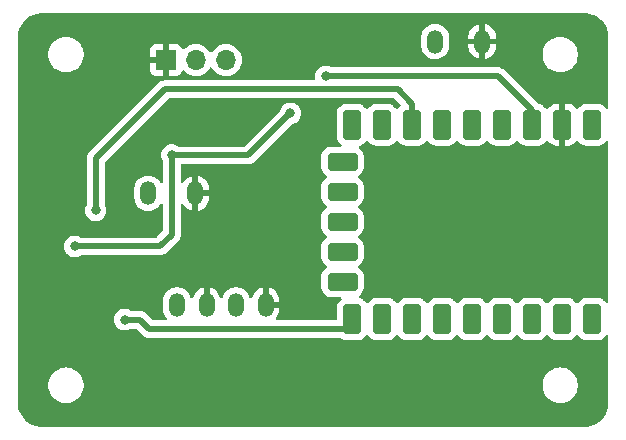
<source format=gbl>
G04 #@! TF.GenerationSoftware,KiCad,Pcbnew,8.0.6*
G04 #@! TF.CreationDate,2024-12-13T00:51:39+01:00*
G04 #@! TF.ProjectId,ps2-tatacon-rp2040,7073322d-7461-4746-9163-6f6e2d727032,rev?*
G04 #@! TF.SameCoordinates,Original*
G04 #@! TF.FileFunction,Copper,L2,Bot*
G04 #@! TF.FilePolarity,Positive*
%FSLAX46Y46*%
G04 Gerber Fmt 4.6, Leading zero omitted, Abs format (unit mm)*
G04 Created by KiCad (PCBNEW 8.0.6) date 2024-12-13 00:51:39*
%MOMM*%
%LPD*%
G01*
G04 APERTURE LIST*
G04 Aperture macros list*
%AMRoundRect*
0 Rectangle with rounded corners*
0 $1 Rounding radius*
0 $2 $3 $4 $5 $6 $7 $8 $9 X,Y pos of 4 corners*
0 Add a 4 corners polygon primitive as box body*
4,1,4,$2,$3,$4,$5,$6,$7,$8,$9,$2,$3,0*
0 Add four circle primitives for the rounded corners*
1,1,$1+$1,$2,$3*
1,1,$1+$1,$4,$5*
1,1,$1+$1,$6,$7*
1,1,$1+$1,$8,$9*
0 Add four rect primitives between the rounded corners*
20,1,$1+$1,$2,$3,$4,$5,0*
20,1,$1+$1,$4,$5,$6,$7,0*
20,1,$1+$1,$6,$7,$8,$9,0*
20,1,$1+$1,$8,$9,$2,$3,0*%
G04 Aperture macros list end*
G04 #@! TA.AperFunction,ComponentPad*
%ADD10O,1.350000X2.000000*%
G04 #@! TD*
G04 #@! TA.AperFunction,ComponentPad*
%ADD11RoundRect,0.400000X-0.400000X0.900000X-0.400000X-0.900000X0.400000X-0.900000X0.400000X0.900000X0*%
G04 #@! TD*
G04 #@! TA.AperFunction,ComponentPad*
%ADD12RoundRect,0.400050X-0.400050X0.899950X-0.400050X-0.899950X0.400050X-0.899950X0.400050X0.899950X0*%
G04 #@! TD*
G04 #@! TA.AperFunction,ComponentPad*
%ADD13RoundRect,0.400000X-0.900000X0.400000X-0.900000X-0.400000X0.900000X-0.400000X0.900000X0.400000X0*%
G04 #@! TD*
G04 #@! TA.AperFunction,ComponentPad*
%ADD14RoundRect,0.393700X-0.906300X0.393700X-0.906300X-0.393700X0.906300X-0.393700X0.906300X0.393700X0*%
G04 #@! TD*
G04 #@! TA.AperFunction,ComponentPad*
%ADD15R,1.700000X1.700000*%
G04 #@! TD*
G04 #@! TA.AperFunction,ComponentPad*
%ADD16O,1.700000X1.700000*%
G04 #@! TD*
G04 #@! TA.AperFunction,ViaPad*
%ADD17C,0.800000*%
G04 #@! TD*
G04 #@! TA.AperFunction,Conductor*
%ADD18C,0.500000*%
G04 #@! TD*
G04 APERTURE END LIST*
D10*
X38700000Y-39200000D03*
X42700000Y-39200000D03*
D11*
X76300000Y-49840000D03*
X73760000Y-49840000D03*
X71220000Y-49840000D03*
X68680000Y-49840000D03*
X66140000Y-49840000D03*
D12*
X63600000Y-49840000D03*
X61060000Y-49840000D03*
X58520000Y-49840000D03*
X55980000Y-49840000D03*
D13*
X55170000Y-46700000D03*
D14*
X55170000Y-44160000D03*
X55170000Y-41620000D03*
X55170000Y-39080000D03*
X55170000Y-36540000D03*
D12*
X55980000Y-33400000D03*
X58520000Y-33400000D03*
X61060000Y-33400000D03*
X63600000Y-33400000D03*
X66140000Y-33400000D03*
X68680000Y-33400000D03*
X71220000Y-33400000D03*
X73760000Y-33400000D03*
X76300000Y-33400000D03*
D15*
X40220000Y-27900000D03*
D16*
X42760000Y-27900000D03*
X45300000Y-27900000D03*
D10*
X63000000Y-26350000D03*
X67000000Y-26350000D03*
X41150000Y-48650000D03*
X43650000Y-48650000D03*
X46150000Y-48650000D03*
X48650000Y-48650000D03*
D17*
X32487500Y-43700000D03*
X34262500Y-40650000D03*
X36712500Y-49900000D03*
X53750000Y-29300000D03*
X40700000Y-35950000D03*
X50750000Y-32425000D03*
D18*
X32487500Y-43700000D02*
X39700000Y-43700000D01*
X39700000Y-43700000D02*
X40700000Y-42700000D01*
X40700000Y-42700000D02*
X40700000Y-35950000D01*
X61060000Y-31610000D02*
X61060000Y-34000000D01*
X59850000Y-30400000D02*
X61060000Y-31610000D01*
X40100000Y-30400000D02*
X59850000Y-30400000D01*
X34262500Y-40650000D02*
X34262500Y-36237500D01*
X34262500Y-36237500D02*
X40100000Y-30400000D01*
X38000000Y-49900000D02*
X38800000Y-50700000D01*
X36712500Y-49900000D02*
X38000000Y-49900000D01*
X38800000Y-50700000D02*
X55500000Y-50700000D01*
X55980000Y-50070000D02*
X55980000Y-49240000D01*
X47175000Y-36000000D02*
X50750000Y-32425000D01*
X68350000Y-29300000D02*
X71200000Y-32150000D01*
X40750000Y-36000000D02*
X47175000Y-36000000D01*
X71200000Y-33980000D02*
X71220000Y-34000000D01*
X71200000Y-32150000D02*
X71200000Y-33980000D01*
X53750000Y-29300000D02*
X68350000Y-29300000D01*
X40700000Y-35950000D02*
X40750000Y-36000000D01*
G04 #@! TA.AperFunction,Conductor*
G36*
X75676121Y-23950020D02*
G01*
X75810109Y-23952409D01*
X75825528Y-23953650D01*
X76091897Y-23991948D01*
X76109184Y-23995708D01*
X76366313Y-24071209D01*
X76382887Y-24077391D01*
X76492159Y-24127293D01*
X76626659Y-24188717D01*
X76642173Y-24197188D01*
X76867628Y-24342080D01*
X76881787Y-24352679D01*
X77084317Y-24528172D01*
X77096827Y-24540682D01*
X77272320Y-24743212D01*
X77282921Y-24757374D01*
X77427808Y-24982821D01*
X77436284Y-24998345D01*
X77547608Y-25242112D01*
X77553791Y-25258688D01*
X77629290Y-25515814D01*
X77633051Y-25533102D01*
X77671348Y-25799463D01*
X77672590Y-25814898D01*
X77674980Y-25948877D01*
X77675000Y-25951089D01*
X77675000Y-31922859D01*
X77655315Y-31989898D01*
X77602511Y-32035653D01*
X77533353Y-32045597D01*
X77469797Y-32016572D01*
X77454635Y-32000896D01*
X77340342Y-31859758D01*
X77193226Y-31740624D01*
X77193224Y-31740623D01*
X77082214Y-31684062D01*
X77024556Y-31654684D01*
X76957624Y-31636749D01*
X76841701Y-31605687D01*
X76769428Y-31600000D01*
X76763075Y-31599500D01*
X76763074Y-31599500D01*
X75836935Y-31599500D01*
X75836916Y-31599501D01*
X75758300Y-31605687D01*
X75575444Y-31654684D01*
X75406775Y-31740623D01*
X75406773Y-31740624D01*
X75259658Y-31859758D01*
X75140524Y-32006873D01*
X75140518Y-32006882D01*
X75140194Y-32007520D01*
X75139909Y-32007821D01*
X75136986Y-32012323D01*
X75136161Y-32011787D01*
X75092211Y-32058307D01*
X75024387Y-32075091D01*
X74958256Y-32052542D01*
X74923269Y-32012156D01*
X74922593Y-32012596D01*
X74919426Y-32007719D01*
X74919230Y-32007493D01*
X74919052Y-32007143D01*
X74799986Y-31860113D01*
X74652954Y-31741046D01*
X74652951Y-31741044D01*
X74484374Y-31655151D01*
X74301622Y-31606183D01*
X74223053Y-31600000D01*
X74010000Y-31600000D01*
X74010000Y-33684314D01*
X74005606Y-33679920D01*
X73914394Y-33627259D01*
X73812661Y-33600000D01*
X73707339Y-33600000D01*
X73605606Y-33627259D01*
X73514394Y-33679920D01*
X73510000Y-33684314D01*
X73510000Y-31600000D01*
X73296946Y-31600000D01*
X73218377Y-31606183D01*
X73035625Y-31655151D01*
X72867048Y-31741044D01*
X72867045Y-31741046D01*
X72720013Y-31860113D01*
X72600946Y-32007145D01*
X72600942Y-32007151D01*
X72600761Y-32007508D01*
X72600601Y-32007677D01*
X72597407Y-32012596D01*
X72596507Y-32012011D01*
X72552784Y-32058301D01*
X72484962Y-32075092D01*
X72418828Y-32052550D01*
X72383626Y-32011924D01*
X72383014Y-32012323D01*
X72380148Y-32007910D01*
X72379798Y-32007506D01*
X72379477Y-32006877D01*
X72379475Y-32006873D01*
X72326168Y-31941046D01*
X72260342Y-31859758D01*
X72175489Y-31791045D01*
X72113226Y-31740624D01*
X72113224Y-31740623D01*
X72002214Y-31684062D01*
X71944556Y-31654684D01*
X71877624Y-31636749D01*
X71761701Y-31605687D01*
X71758844Y-31605463D01*
X71757568Y-31604976D01*
X71756097Y-31604724D01*
X71756146Y-31604434D01*
X71693556Y-31580578D01*
X71680893Y-31569526D01*
X71678416Y-31567049D01*
X68828421Y-28717052D01*
X68828414Y-28717046D01*
X68754729Y-28667812D01*
X68754729Y-28667813D01*
X68705491Y-28634913D01*
X68568917Y-28578343D01*
X68568907Y-28578340D01*
X68423920Y-28549500D01*
X68423918Y-28549500D01*
X54289337Y-28549500D01*
X54222298Y-28529815D01*
X54216452Y-28525818D01*
X54202734Y-28515851D01*
X54202729Y-28515848D01*
X54029807Y-28438857D01*
X54029802Y-28438855D01*
X53884001Y-28407865D01*
X53844646Y-28399500D01*
X53655354Y-28399500D01*
X53622897Y-28406398D01*
X53470197Y-28438855D01*
X53470192Y-28438857D01*
X53297270Y-28515848D01*
X53297265Y-28515851D01*
X53144129Y-28627111D01*
X53017466Y-28767785D01*
X52922821Y-28931715D01*
X52922818Y-28931722D01*
X52864327Y-29111740D01*
X52864326Y-29111744D01*
X52857793Y-29173903D01*
X52844540Y-29300000D01*
X52864327Y-29488261D01*
X52865678Y-29494617D01*
X52864198Y-29494931D01*
X52865972Y-29557024D01*
X52829891Y-29616856D01*
X52767190Y-29647684D01*
X52746046Y-29649500D01*
X40026076Y-29649500D01*
X39997242Y-29655234D01*
X39997243Y-29655235D01*
X39881093Y-29678339D01*
X39881083Y-29678342D01*
X39801081Y-29711479D01*
X39801082Y-29711480D01*
X39801080Y-29711481D01*
X39744505Y-29734916D01*
X39679403Y-29778416D01*
X39621582Y-29817049D01*
X33679548Y-35759083D01*
X33657761Y-35791690D01*
X33636119Y-35824082D01*
X33616767Y-35853043D01*
X33597416Y-35882004D01*
X33597412Y-35882011D01*
X33540843Y-36018582D01*
X33540840Y-36018592D01*
X33512000Y-36163579D01*
X33512000Y-40115677D01*
X33495387Y-40177677D01*
X33435321Y-40281714D01*
X33376827Y-40461740D01*
X33376826Y-40461744D01*
X33357040Y-40650000D01*
X33376826Y-40838256D01*
X33376827Y-40838259D01*
X33435318Y-41018277D01*
X33435321Y-41018284D01*
X33529967Y-41182216D01*
X33656629Y-41322888D01*
X33809765Y-41434148D01*
X33809770Y-41434151D01*
X33982692Y-41511142D01*
X33982697Y-41511144D01*
X34167854Y-41550500D01*
X34167855Y-41550500D01*
X34357144Y-41550500D01*
X34357146Y-41550500D01*
X34542303Y-41511144D01*
X34715230Y-41434151D01*
X34868371Y-41322888D01*
X34995033Y-41182216D01*
X35089679Y-41018284D01*
X35148174Y-40838256D01*
X35167960Y-40650000D01*
X35148174Y-40461744D01*
X35089679Y-40281716D01*
X35087855Y-40278557D01*
X35029613Y-40177677D01*
X35013000Y-40115677D01*
X35013000Y-36599729D01*
X35032685Y-36532690D01*
X35049319Y-36512048D01*
X40374548Y-31186819D01*
X40435871Y-31153334D01*
X40462229Y-31150500D01*
X59487770Y-31150500D01*
X59554809Y-31170185D01*
X59575451Y-31186819D01*
X60048664Y-31660031D01*
X60082149Y-31721354D01*
X60077165Y-31791045D01*
X60039022Y-31844075D01*
X60019662Y-31859753D01*
X59900524Y-32006873D01*
X59900484Y-32006953D01*
X59900449Y-32006989D01*
X59896986Y-32012323D01*
X59896010Y-32011689D01*
X59852509Y-32057749D01*
X59784688Y-32074543D01*
X59718553Y-32052005D01*
X59683753Y-32011843D01*
X59683014Y-32012323D01*
X59679559Y-32007002D01*
X59679516Y-32006953D01*
X59679476Y-32006875D01*
X59679475Y-32006873D01*
X59626168Y-31941046D01*
X59560342Y-31859758D01*
X59475489Y-31791045D01*
X59413226Y-31740624D01*
X59413224Y-31740623D01*
X59302214Y-31684062D01*
X59244556Y-31654684D01*
X59177624Y-31636749D01*
X59061701Y-31605687D01*
X58989428Y-31600000D01*
X58983075Y-31599500D01*
X58983074Y-31599500D01*
X58056935Y-31599500D01*
X58056916Y-31599501D01*
X57978300Y-31605687D01*
X57795444Y-31654684D01*
X57626775Y-31740623D01*
X57626773Y-31740624D01*
X57479658Y-31859758D01*
X57360524Y-32006873D01*
X57360484Y-32006953D01*
X57360449Y-32006989D01*
X57356986Y-32012323D01*
X57356010Y-32011689D01*
X57312509Y-32057749D01*
X57244688Y-32074543D01*
X57178553Y-32052005D01*
X57143753Y-32011843D01*
X57143014Y-32012323D01*
X57139559Y-32007002D01*
X57139516Y-32006953D01*
X57139476Y-32006875D01*
X57139475Y-32006873D01*
X57086168Y-31941046D01*
X57020342Y-31859758D01*
X56935489Y-31791045D01*
X56873226Y-31740624D01*
X56873224Y-31740623D01*
X56762214Y-31684062D01*
X56704556Y-31654684D01*
X56637624Y-31636749D01*
X56521701Y-31605687D01*
X56449428Y-31600000D01*
X56443075Y-31599500D01*
X56443074Y-31599500D01*
X55516935Y-31599500D01*
X55516916Y-31599501D01*
X55438300Y-31605687D01*
X55255444Y-31654684D01*
X55086775Y-31740623D01*
X55086773Y-31740624D01*
X54939658Y-31859758D01*
X54820524Y-32006873D01*
X54820523Y-32006875D01*
X54734584Y-32175544D01*
X54685587Y-32358398D01*
X54679400Y-32437019D01*
X54679400Y-34362964D01*
X54679401Y-34362983D01*
X54685587Y-34441599D01*
X54685587Y-34441602D01*
X54685588Y-34441603D01*
X54734584Y-34624456D01*
X54763962Y-34682114D01*
X54820523Y-34793124D01*
X54820524Y-34793126D01*
X54939658Y-34940242D01*
X55052641Y-35031735D01*
X55092352Y-35089222D01*
X55094679Y-35159053D01*
X55058883Y-35219056D01*
X54996329Y-35250182D01*
X54974604Y-35252100D01*
X54201121Y-35252100D01*
X54201102Y-35252101D01*
X54123047Y-35258243D01*
X53941483Y-35306893D01*
X53774003Y-35392226D01*
X53627922Y-35510522D01*
X53509626Y-35656603D01*
X53424293Y-35824083D01*
X53375643Y-36005647D01*
X53375643Y-36005648D01*
X53369500Y-36083705D01*
X53369500Y-36996278D01*
X53369501Y-36996297D01*
X53375643Y-37074352D01*
X53424293Y-37255916D01*
X53509626Y-37423396D01*
X53558526Y-37483782D01*
X53627922Y-37569478D01*
X53733745Y-37655172D01*
X53774003Y-37687773D01*
X53797049Y-37699515D01*
X53847845Y-37747489D01*
X53864641Y-37815310D01*
X53842104Y-37881445D01*
X53797049Y-37920485D01*
X53774003Y-37932226D01*
X53627922Y-38050522D01*
X53509626Y-38196603D01*
X53424293Y-38364083D01*
X53375643Y-38545647D01*
X53375643Y-38545648D01*
X53369500Y-38623705D01*
X53369500Y-39536278D01*
X53369501Y-39536297D01*
X53375643Y-39614352D01*
X53424293Y-39795916D01*
X53509626Y-39963396D01*
X53519868Y-39976043D01*
X53627922Y-40109478D01*
X53733745Y-40195172D01*
X53774003Y-40227773D01*
X53797049Y-40239515D01*
X53847845Y-40287489D01*
X53864641Y-40355310D01*
X53842104Y-40421445D01*
X53797049Y-40460485D01*
X53774003Y-40472226D01*
X53627922Y-40590522D01*
X53509626Y-40736603D01*
X53424293Y-40904083D01*
X53375643Y-41085647D01*
X53375643Y-41085648D01*
X53369500Y-41163705D01*
X53369500Y-42076278D01*
X53369501Y-42076297D01*
X53375643Y-42154352D01*
X53424293Y-42335916D01*
X53509626Y-42503396D01*
X53558526Y-42563782D01*
X53627922Y-42649478D01*
X53733745Y-42735172D01*
X53774003Y-42767773D01*
X53797049Y-42779515D01*
X53847845Y-42827489D01*
X53864641Y-42895310D01*
X53842104Y-42961445D01*
X53797049Y-43000485D01*
X53774003Y-43012226D01*
X53627922Y-43130522D01*
X53509626Y-43276603D01*
X53424293Y-43444083D01*
X53375643Y-43625647D01*
X53375643Y-43625648D01*
X53369500Y-43703705D01*
X53369500Y-44616278D01*
X53369501Y-44616297D01*
X53375643Y-44694352D01*
X53424293Y-44875916D01*
X53509626Y-45043396D01*
X53558526Y-45103782D01*
X53627922Y-45189478D01*
X53774001Y-45307771D01*
X53774002Y-45307771D01*
X53774004Y-45307773D01*
X53787080Y-45314436D01*
X53837876Y-45362411D01*
X53854670Y-45430232D01*
X53832132Y-45496367D01*
X53787081Y-45535404D01*
X53776852Y-45540615D01*
X53629743Y-45659743D01*
X53510614Y-45806853D01*
X53424680Y-45975512D01*
X53375687Y-46158356D01*
X53375687Y-46158357D01*
X53369500Y-46236973D01*
X53369500Y-47163010D01*
X53369501Y-47163029D01*
X53375687Y-47241643D01*
X53396697Y-47320052D01*
X53424680Y-47424488D01*
X53426663Y-47428379D01*
X53510614Y-47593146D01*
X53559859Y-47653958D01*
X53629743Y-47740257D01*
X53736311Y-47826554D01*
X53776853Y-47859385D01*
X53860371Y-47901938D01*
X53945512Y-47945320D01*
X54128355Y-47994312D01*
X54206979Y-48000500D01*
X54959047Y-48000499D01*
X55026084Y-48020183D01*
X55071839Y-48072987D01*
X55081783Y-48142146D01*
X55052758Y-48205702D01*
X55037082Y-48220864D01*
X54939658Y-48299757D01*
X54820524Y-48446873D01*
X54820523Y-48446875D01*
X54734584Y-48615544D01*
X54685587Y-48798398D01*
X54679400Y-48877019D01*
X54679400Y-48877025D01*
X54679400Y-49367785D01*
X54679401Y-49825500D01*
X54659717Y-49892539D01*
X54606913Y-49938294D01*
X54555401Y-49949500D01*
X49636563Y-49949500D01*
X49569524Y-49929815D01*
X49523769Y-49877011D01*
X49513825Y-49807853D01*
X49542850Y-49744297D01*
X49544222Y-49742822D01*
X49546245Y-49740454D01*
X49654947Y-49590837D01*
X49738915Y-49426043D01*
X49738916Y-49426040D01*
X49796066Y-49250147D01*
X49825000Y-49067473D01*
X49825000Y-48900000D01*
X49083012Y-48900000D01*
X49115925Y-48842993D01*
X49150000Y-48715826D01*
X49150000Y-48584174D01*
X49115925Y-48457007D01*
X49083012Y-48400000D01*
X49825000Y-48400000D01*
X49825000Y-48232526D01*
X49796066Y-48049852D01*
X49738916Y-47873959D01*
X49738915Y-47873956D01*
X49654947Y-47709162D01*
X49546245Y-47559545D01*
X49546241Y-47559540D01*
X49415459Y-47428758D01*
X49415454Y-47428754D01*
X49265837Y-47320052D01*
X49101043Y-47236084D01*
X49101037Y-47236082D01*
X48925144Y-47178932D01*
X48900000Y-47174950D01*
X48900000Y-48216988D01*
X48842993Y-48184075D01*
X48715826Y-48150000D01*
X48584174Y-48150000D01*
X48457007Y-48184075D01*
X48400000Y-48216988D01*
X48400000Y-47174950D01*
X48399999Y-47174950D01*
X48374855Y-47178932D01*
X48198962Y-47236082D01*
X48198956Y-47236084D01*
X48034162Y-47320052D01*
X47884545Y-47428754D01*
X47884540Y-47428758D01*
X47753758Y-47559540D01*
X47753754Y-47559545D01*
X47645052Y-47709162D01*
X47561084Y-47873956D01*
X47561083Y-47873959D01*
X47518194Y-48005961D01*
X47478757Y-48063637D01*
X47414398Y-48090835D01*
X47345552Y-48078920D01*
X47294076Y-48031676D01*
X47282332Y-48005961D01*
X47239380Y-47873767D01*
X47239379Y-47873764D01*
X47171353Y-47740257D01*
X47155378Y-47708904D01*
X47046621Y-47559213D01*
X46915787Y-47428379D01*
X46766096Y-47319622D01*
X46601235Y-47235620D01*
X46601232Y-47235619D01*
X46425265Y-47178445D01*
X46327913Y-47163026D01*
X46242514Y-47149500D01*
X46057486Y-47149500D01*
X45996569Y-47159148D01*
X45874734Y-47178445D01*
X45698767Y-47235619D01*
X45698764Y-47235620D01*
X45533903Y-47319622D01*
X45448499Y-47381672D01*
X45384213Y-47428379D01*
X45384211Y-47428381D01*
X45384210Y-47428381D01*
X45253381Y-47559210D01*
X45253381Y-47559211D01*
X45253379Y-47559213D01*
X45253138Y-47559545D01*
X45144622Y-47708903D01*
X45060621Y-47873764D01*
X45017667Y-48005962D01*
X44978229Y-48063637D01*
X44913870Y-48090835D01*
X44845024Y-48078920D01*
X44793548Y-48031676D01*
X44781805Y-48005960D01*
X44738917Y-47873962D01*
X44738915Y-47873956D01*
X44654947Y-47709162D01*
X44546245Y-47559545D01*
X44546241Y-47559540D01*
X44415459Y-47428758D01*
X44415454Y-47428754D01*
X44265837Y-47320052D01*
X44101043Y-47236084D01*
X44101037Y-47236082D01*
X43925144Y-47178932D01*
X43900000Y-47174950D01*
X43900000Y-48216988D01*
X43842993Y-48184075D01*
X43715826Y-48150000D01*
X43584174Y-48150000D01*
X43457007Y-48184075D01*
X43400000Y-48216988D01*
X43400000Y-47174950D01*
X43399999Y-47174950D01*
X43374855Y-47178932D01*
X43198962Y-47236082D01*
X43198956Y-47236084D01*
X43034162Y-47320052D01*
X42884545Y-47428754D01*
X42884540Y-47428758D01*
X42753758Y-47559540D01*
X42753754Y-47559545D01*
X42645052Y-47709162D01*
X42561084Y-47873956D01*
X42561083Y-47873959D01*
X42518194Y-48005961D01*
X42478757Y-48063637D01*
X42414398Y-48090835D01*
X42345552Y-48078920D01*
X42294076Y-48031676D01*
X42282332Y-48005961D01*
X42239380Y-47873767D01*
X42239379Y-47873764D01*
X42171353Y-47740257D01*
X42155378Y-47708904D01*
X42046621Y-47559213D01*
X41915787Y-47428379D01*
X41766096Y-47319622D01*
X41601235Y-47235620D01*
X41601232Y-47235619D01*
X41425265Y-47178445D01*
X41327913Y-47163026D01*
X41242514Y-47149500D01*
X41057486Y-47149500D01*
X40996569Y-47159148D01*
X40874734Y-47178445D01*
X40698767Y-47235619D01*
X40698764Y-47235620D01*
X40533903Y-47319622D01*
X40448499Y-47381672D01*
X40384213Y-47428379D01*
X40384211Y-47428381D01*
X40384210Y-47428381D01*
X40253381Y-47559210D01*
X40253381Y-47559211D01*
X40253379Y-47559213D01*
X40253138Y-47559545D01*
X40144622Y-47708903D01*
X40060620Y-47873764D01*
X40060619Y-47873767D01*
X40003445Y-48049734D01*
X39974500Y-48232486D01*
X39974500Y-49067513D01*
X40003445Y-49250265D01*
X40060619Y-49426232D01*
X40060620Y-49426235D01*
X40114366Y-49531716D01*
X40144622Y-49591096D01*
X40253379Y-49740787D01*
X40253386Y-49740794D01*
X40256543Y-49744491D01*
X40254845Y-49745940D01*
X40283896Y-49799142D01*
X40278912Y-49868834D01*
X40237040Y-49924767D01*
X40171576Y-49949184D01*
X40162730Y-49949500D01*
X39162230Y-49949500D01*
X39095191Y-49929815D01*
X39074549Y-49913181D01*
X38478421Y-49317052D01*
X38478414Y-49317046D01*
X38404729Y-49267812D01*
X38404729Y-49267813D01*
X38355491Y-49234913D01*
X38218917Y-49178343D01*
X38218907Y-49178340D01*
X38073920Y-49149500D01*
X38073918Y-49149500D01*
X37251837Y-49149500D01*
X37184798Y-49129815D01*
X37178952Y-49125818D01*
X37165234Y-49115851D01*
X37165229Y-49115848D01*
X36992307Y-49038857D01*
X36992302Y-49038855D01*
X36846501Y-49007865D01*
X36807146Y-48999500D01*
X36617854Y-48999500D01*
X36585397Y-49006398D01*
X36432697Y-49038855D01*
X36432692Y-49038857D01*
X36259770Y-49115848D01*
X36259765Y-49115851D01*
X36106629Y-49227111D01*
X35979966Y-49367785D01*
X35885321Y-49531715D01*
X35885318Y-49531722D01*
X35826827Y-49711740D01*
X35826826Y-49711744D01*
X35807040Y-49900000D01*
X35826826Y-50088256D01*
X35826827Y-50088259D01*
X35885318Y-50268277D01*
X35885321Y-50268284D01*
X35979967Y-50432216D01*
X36106629Y-50572888D01*
X36259765Y-50684148D01*
X36259770Y-50684151D01*
X36432692Y-50761142D01*
X36432697Y-50761144D01*
X36617854Y-50800500D01*
X36617855Y-50800500D01*
X36807144Y-50800500D01*
X36807146Y-50800500D01*
X36992303Y-50761144D01*
X37165230Y-50684151D01*
X37167276Y-50682664D01*
X37178952Y-50674182D01*
X37244758Y-50650702D01*
X37251837Y-50650500D01*
X37637770Y-50650500D01*
X37704809Y-50670185D01*
X37725451Y-50686819D01*
X38321586Y-51282954D01*
X38340099Y-51295323D01*
X38395270Y-51332186D01*
X38444505Y-51365084D01*
X38444506Y-51365084D01*
X38444507Y-51365085D01*
X38444509Y-51365086D01*
X38581082Y-51421656D01*
X38581087Y-51421658D01*
X38581091Y-51421658D01*
X38581092Y-51421659D01*
X38726079Y-51450500D01*
X38726082Y-51450500D01*
X38726083Y-51450500D01*
X38873918Y-51450500D01*
X54982507Y-51450500D01*
X55049546Y-51470185D01*
X55060543Y-51478134D01*
X55086773Y-51499375D01*
X55086775Y-51499376D01*
X55142279Y-51527656D01*
X55255444Y-51585316D01*
X55438297Y-51634312D01*
X55516925Y-51640500D01*
X56443074Y-51640499D01*
X56521703Y-51634312D01*
X56704556Y-51585316D01*
X56873226Y-51499375D01*
X57020342Y-51380242D01*
X57139475Y-51233126D01*
X57139512Y-51233052D01*
X57139546Y-51233016D01*
X57143014Y-51227677D01*
X57143990Y-51228310D01*
X57187484Y-51182255D01*
X57255304Y-51165455D01*
X57321440Y-51187989D01*
X57356246Y-51228157D01*
X57356986Y-51227677D01*
X57360444Y-51233002D01*
X57360488Y-51233053D01*
X57360526Y-51233128D01*
X57400875Y-51282954D01*
X57479658Y-51380242D01*
X57560946Y-51446068D01*
X57626773Y-51499375D01*
X57626775Y-51499376D01*
X57682279Y-51527656D01*
X57795444Y-51585316D01*
X57978297Y-51634312D01*
X58056925Y-51640500D01*
X58983074Y-51640499D01*
X59061703Y-51634312D01*
X59244556Y-51585316D01*
X59413226Y-51499375D01*
X59560342Y-51380242D01*
X59679475Y-51233126D01*
X59679512Y-51233052D01*
X59679546Y-51233016D01*
X59683014Y-51227677D01*
X59683990Y-51228310D01*
X59727484Y-51182255D01*
X59795304Y-51165455D01*
X59861440Y-51187989D01*
X59896246Y-51228157D01*
X59896986Y-51227677D01*
X59900444Y-51233002D01*
X59900488Y-51233053D01*
X59900526Y-51233128D01*
X59940875Y-51282954D01*
X60019658Y-51380242D01*
X60100946Y-51446068D01*
X60166773Y-51499375D01*
X60166775Y-51499376D01*
X60222279Y-51527656D01*
X60335444Y-51585316D01*
X60518297Y-51634312D01*
X60596925Y-51640500D01*
X61523074Y-51640499D01*
X61601703Y-51634312D01*
X61784556Y-51585316D01*
X61953226Y-51499375D01*
X62100342Y-51380242D01*
X62219475Y-51233126D01*
X62219512Y-51233052D01*
X62219546Y-51233016D01*
X62223014Y-51227677D01*
X62223990Y-51228310D01*
X62267484Y-51182255D01*
X62335304Y-51165455D01*
X62401440Y-51187989D01*
X62436246Y-51228157D01*
X62436986Y-51227677D01*
X62440444Y-51233002D01*
X62440488Y-51233053D01*
X62440526Y-51233128D01*
X62480875Y-51282954D01*
X62559658Y-51380242D01*
X62640946Y-51446068D01*
X62706773Y-51499375D01*
X62706775Y-51499376D01*
X62762279Y-51527656D01*
X62875444Y-51585316D01*
X63058297Y-51634312D01*
X63136925Y-51640500D01*
X64063074Y-51640499D01*
X64141703Y-51634312D01*
X64324556Y-51585316D01*
X64493226Y-51499375D01*
X64640342Y-51380242D01*
X64754708Y-51239013D01*
X64759473Y-51233129D01*
X64759550Y-51232978D01*
X64759619Y-51232904D01*
X64763014Y-51227677D01*
X64763969Y-51228297D01*
X64807520Y-51182178D01*
X64875340Y-51165376D01*
X64941477Y-51187908D01*
X64976357Y-51228161D01*
X64977075Y-51227696D01*
X64980427Y-51232857D01*
X64980527Y-51232973D01*
X64980617Y-51233149D01*
X65099743Y-51380257D01*
X65186486Y-51450500D01*
X65246853Y-51499385D01*
X65330371Y-51541938D01*
X65415512Y-51585320D01*
X65598355Y-51634312D01*
X65676979Y-51640500D01*
X66603020Y-51640499D01*
X66681645Y-51634312D01*
X66864488Y-51585320D01*
X66993008Y-51519835D01*
X67033146Y-51499385D01*
X67033147Y-51499383D01*
X67033149Y-51499383D01*
X67180257Y-51380257D01*
X67299383Y-51233149D01*
X67299514Y-51232892D01*
X67299630Y-51232768D01*
X67302925Y-51227696D01*
X67303852Y-51228298D01*
X67347488Y-51182095D01*
X67415309Y-51165299D01*
X67481444Y-51187835D01*
X67516376Y-51228149D01*
X67517075Y-51227696D01*
X67520340Y-51232724D01*
X67520486Y-51232892D01*
X67520616Y-51233148D01*
X67543275Y-51261130D01*
X67639743Y-51380257D01*
X67726486Y-51450500D01*
X67786853Y-51499385D01*
X67870371Y-51541938D01*
X67955512Y-51585320D01*
X68138355Y-51634312D01*
X68216979Y-51640500D01*
X69143020Y-51640499D01*
X69221645Y-51634312D01*
X69404488Y-51585320D01*
X69533008Y-51519835D01*
X69573146Y-51499385D01*
X69573147Y-51499383D01*
X69573149Y-51499383D01*
X69720257Y-51380257D01*
X69839383Y-51233149D01*
X69839514Y-51232892D01*
X69839630Y-51232768D01*
X69842925Y-51227696D01*
X69843852Y-51228298D01*
X69887488Y-51182095D01*
X69955309Y-51165299D01*
X70021444Y-51187835D01*
X70056376Y-51228149D01*
X70057075Y-51227696D01*
X70060340Y-51232724D01*
X70060486Y-51232892D01*
X70060616Y-51233148D01*
X70083275Y-51261130D01*
X70179743Y-51380257D01*
X70266486Y-51450500D01*
X70326853Y-51499385D01*
X70410371Y-51541938D01*
X70495512Y-51585320D01*
X70678355Y-51634312D01*
X70756979Y-51640500D01*
X71683020Y-51640499D01*
X71761645Y-51634312D01*
X71944488Y-51585320D01*
X72073008Y-51519835D01*
X72113146Y-51499385D01*
X72113147Y-51499383D01*
X72113149Y-51499383D01*
X72260257Y-51380257D01*
X72379383Y-51233149D01*
X72379514Y-51232892D01*
X72379630Y-51232768D01*
X72382925Y-51227696D01*
X72383852Y-51228298D01*
X72427488Y-51182095D01*
X72495309Y-51165299D01*
X72561444Y-51187835D01*
X72596376Y-51228149D01*
X72597075Y-51227696D01*
X72600340Y-51232724D01*
X72600486Y-51232892D01*
X72600616Y-51233148D01*
X72623275Y-51261130D01*
X72719743Y-51380257D01*
X72806486Y-51450500D01*
X72866853Y-51499385D01*
X72950371Y-51541938D01*
X73035512Y-51585320D01*
X73218355Y-51634312D01*
X73296979Y-51640500D01*
X74223020Y-51640499D01*
X74301645Y-51634312D01*
X74484488Y-51585320D01*
X74613008Y-51519835D01*
X74653146Y-51499385D01*
X74653147Y-51499383D01*
X74653149Y-51499383D01*
X74800257Y-51380257D01*
X74919383Y-51233149D01*
X74919514Y-51232892D01*
X74919630Y-51232768D01*
X74922925Y-51227696D01*
X74923852Y-51228298D01*
X74967488Y-51182095D01*
X75035309Y-51165299D01*
X75101444Y-51187835D01*
X75136376Y-51228149D01*
X75137075Y-51227696D01*
X75140340Y-51232724D01*
X75140486Y-51232892D01*
X75140616Y-51233148D01*
X75163275Y-51261130D01*
X75259743Y-51380257D01*
X75346486Y-51450500D01*
X75406853Y-51499385D01*
X75490371Y-51541938D01*
X75575512Y-51585320D01*
X75758355Y-51634312D01*
X75836979Y-51640500D01*
X76763020Y-51640499D01*
X76841645Y-51634312D01*
X77024488Y-51585320D01*
X77153008Y-51519835D01*
X77193146Y-51499385D01*
X77193147Y-51499383D01*
X77193149Y-51499383D01*
X77340257Y-51380257D01*
X77454634Y-51239012D01*
X77512121Y-51199302D01*
X77581952Y-51196974D01*
X77641956Y-51232770D01*
X77673082Y-51295323D01*
X77675000Y-51317049D01*
X77675000Y-56948910D01*
X77674980Y-56951122D01*
X77672590Y-57085101D01*
X77671348Y-57100536D01*
X77633051Y-57366897D01*
X77629290Y-57384185D01*
X77553791Y-57641311D01*
X77547608Y-57657887D01*
X77436284Y-57901654D01*
X77427805Y-57917183D01*
X77282922Y-58142624D01*
X77272320Y-58156787D01*
X77096827Y-58359317D01*
X77084317Y-58371827D01*
X76881787Y-58547320D01*
X76867624Y-58557922D01*
X76642183Y-58702805D01*
X76626654Y-58711284D01*
X76382887Y-58822608D01*
X76366311Y-58828791D01*
X76109185Y-58904290D01*
X76091897Y-58908051D01*
X75825536Y-58946348D01*
X75810101Y-58947590D01*
X75679818Y-58949914D01*
X75676120Y-58949980D01*
X75673910Y-58950000D01*
X29676090Y-58950000D01*
X29673879Y-58949980D01*
X29670015Y-58949911D01*
X29539898Y-58947590D01*
X29524463Y-58946348D01*
X29258102Y-58908051D01*
X29240814Y-58904290D01*
X28983688Y-58828791D01*
X28967112Y-58822608D01*
X28723345Y-58711284D01*
X28707821Y-58702808D01*
X28482374Y-58557921D01*
X28468212Y-58547320D01*
X28265682Y-58371827D01*
X28253172Y-58359317D01*
X28077679Y-58156787D01*
X28067077Y-58142624D01*
X27922188Y-57917173D01*
X27913715Y-57901654D01*
X27802391Y-57657887D01*
X27796208Y-57641311D01*
X27720709Y-57384185D01*
X27716948Y-57366897D01*
X27678651Y-57100536D01*
X27677409Y-57085109D01*
X27675020Y-56951121D01*
X27675000Y-56948910D01*
X27675000Y-55325920D01*
X30252562Y-55325920D01*
X30252562Y-55574079D01*
X30293408Y-55818862D01*
X30373984Y-56053572D01*
X30373989Y-56053582D01*
X30492094Y-56271822D01*
X30492100Y-56271831D01*
X30644517Y-56467656D01*
X30644520Y-56467660D01*
X30644522Y-56467662D01*
X30644523Y-56467663D01*
X30827102Y-56635739D01*
X31034855Y-56771471D01*
X31262116Y-56871157D01*
X31502685Y-56932077D01*
X31585123Y-56938908D01*
X31749994Y-56952571D01*
X31750000Y-56952571D01*
X31750006Y-56952571D01*
X31898389Y-56940274D01*
X31997315Y-56932077D01*
X32237884Y-56871157D01*
X32465145Y-56771471D01*
X32672898Y-56635739D01*
X32855477Y-56467663D01*
X33007902Y-56271828D01*
X33126014Y-56053576D01*
X33206592Y-55818859D01*
X33247438Y-55574081D01*
X33250000Y-55450000D01*
X33247438Y-55325920D01*
X72102562Y-55325920D01*
X72102562Y-55574079D01*
X72143408Y-55818862D01*
X72223984Y-56053572D01*
X72223989Y-56053582D01*
X72342094Y-56271822D01*
X72342100Y-56271831D01*
X72494517Y-56467656D01*
X72494520Y-56467660D01*
X72494522Y-56467662D01*
X72494523Y-56467663D01*
X72677102Y-56635739D01*
X72884855Y-56771471D01*
X73112116Y-56871157D01*
X73352685Y-56932077D01*
X73435123Y-56938908D01*
X73599994Y-56952571D01*
X73600000Y-56952571D01*
X73600006Y-56952571D01*
X73748389Y-56940274D01*
X73847315Y-56932077D01*
X74087884Y-56871157D01*
X74315145Y-56771471D01*
X74522898Y-56635739D01*
X74705477Y-56467663D01*
X74857902Y-56271828D01*
X74976014Y-56053576D01*
X75056592Y-55818859D01*
X75097438Y-55574081D01*
X75100000Y-55450000D01*
X75097438Y-55325919D01*
X75056592Y-55081141D01*
X74976014Y-54846424D01*
X74857902Y-54628172D01*
X74705477Y-54432337D01*
X74522898Y-54264261D01*
X74522895Y-54264259D01*
X74315146Y-54128529D01*
X74087884Y-54028843D01*
X73847311Y-53967922D01*
X73600006Y-53947430D01*
X73599994Y-53947430D01*
X73352688Y-53967922D01*
X73112115Y-54028843D01*
X72884853Y-54128529D01*
X72677104Y-54264259D01*
X72677100Y-54264262D01*
X72494520Y-54432339D01*
X72494517Y-54432343D01*
X72342100Y-54628168D01*
X72342094Y-54628177D01*
X72223989Y-54846417D01*
X72223984Y-54846427D01*
X72143408Y-55081137D01*
X72102562Y-55325920D01*
X33247438Y-55325920D01*
X33247438Y-55325919D01*
X33206592Y-55081141D01*
X33126014Y-54846424D01*
X33007902Y-54628172D01*
X32855477Y-54432337D01*
X32672898Y-54264261D01*
X32672895Y-54264259D01*
X32465146Y-54128529D01*
X32237884Y-54028843D01*
X31997311Y-53967922D01*
X31750006Y-53947430D01*
X31749994Y-53947430D01*
X31502688Y-53967922D01*
X31262115Y-54028843D01*
X31034853Y-54128529D01*
X30827104Y-54264259D01*
X30827100Y-54264262D01*
X30644520Y-54432339D01*
X30644517Y-54432343D01*
X30492100Y-54628168D01*
X30492094Y-54628177D01*
X30373989Y-54846417D01*
X30373984Y-54846427D01*
X30293408Y-55081137D01*
X30252562Y-55325920D01*
X27675000Y-55325920D01*
X27675000Y-43700000D01*
X31582040Y-43700000D01*
X31601826Y-43888256D01*
X31601827Y-43888259D01*
X31660318Y-44068277D01*
X31660321Y-44068284D01*
X31754967Y-44232216D01*
X31874601Y-44365083D01*
X31881629Y-44372888D01*
X32034765Y-44484148D01*
X32034770Y-44484151D01*
X32207692Y-44561142D01*
X32207697Y-44561144D01*
X32392854Y-44600500D01*
X32392855Y-44600500D01*
X32582144Y-44600500D01*
X32582146Y-44600500D01*
X32767303Y-44561144D01*
X32940230Y-44484151D01*
X32942276Y-44482664D01*
X32953952Y-44474182D01*
X33019758Y-44450702D01*
X33026837Y-44450500D01*
X39773920Y-44450500D01*
X39871462Y-44431096D01*
X39918913Y-44421658D01*
X40055495Y-44365084D01*
X40104729Y-44332186D01*
X40178416Y-44282952D01*
X41282952Y-43178415D01*
X41323955Y-43117049D01*
X41365084Y-43055495D01*
X41397042Y-42978342D01*
X41421659Y-42918912D01*
X41450500Y-42773917D01*
X41450500Y-42626082D01*
X41450500Y-40177375D01*
X41470185Y-40110336D01*
X41522989Y-40064581D01*
X41592147Y-40054637D01*
X41655703Y-40083662D01*
X41684985Y-40121080D01*
X41695052Y-40140837D01*
X41803754Y-40290454D01*
X41803758Y-40290459D01*
X41934540Y-40421241D01*
X41934545Y-40421245D01*
X42084162Y-40529947D01*
X42248956Y-40613915D01*
X42248959Y-40613916D01*
X42424845Y-40671064D01*
X42424858Y-40671067D01*
X42450000Y-40675049D01*
X42450000Y-39633012D01*
X42507007Y-39665925D01*
X42634174Y-39700000D01*
X42765826Y-39700000D01*
X42892993Y-39665925D01*
X42950000Y-39633012D01*
X42950000Y-40675048D01*
X42975141Y-40671067D01*
X42975154Y-40671064D01*
X43151040Y-40613916D01*
X43151043Y-40613915D01*
X43315837Y-40529947D01*
X43465454Y-40421245D01*
X43465459Y-40421241D01*
X43596241Y-40290459D01*
X43596245Y-40290454D01*
X43704947Y-40140837D01*
X43788915Y-39976043D01*
X43788916Y-39976040D01*
X43846066Y-39800147D01*
X43875000Y-39617473D01*
X43875000Y-39450000D01*
X43133012Y-39450000D01*
X43165925Y-39392993D01*
X43200000Y-39265826D01*
X43200000Y-39134174D01*
X43165925Y-39007007D01*
X43133012Y-38950000D01*
X43875000Y-38950000D01*
X43875000Y-38782526D01*
X43846066Y-38599852D01*
X43788916Y-38423959D01*
X43788915Y-38423956D01*
X43704947Y-38259162D01*
X43596245Y-38109545D01*
X43596241Y-38109540D01*
X43465459Y-37978758D01*
X43465454Y-37978754D01*
X43315837Y-37870052D01*
X43151043Y-37786084D01*
X43151037Y-37786082D01*
X42975144Y-37728932D01*
X42950000Y-37724950D01*
X42950000Y-38766988D01*
X42892993Y-38734075D01*
X42765826Y-38700000D01*
X42634174Y-38700000D01*
X42507007Y-38734075D01*
X42450000Y-38766988D01*
X42450000Y-37724950D01*
X42449999Y-37724950D01*
X42424855Y-37728932D01*
X42248962Y-37786082D01*
X42248956Y-37786084D01*
X42084162Y-37870052D01*
X41934545Y-37978754D01*
X41934540Y-37978758D01*
X41803758Y-38109540D01*
X41803754Y-38109545D01*
X41695051Y-38259162D01*
X41684984Y-38278921D01*
X41637009Y-38329716D01*
X41569187Y-38346510D01*
X41503053Y-38323971D01*
X41459602Y-38269256D01*
X41450500Y-38222624D01*
X41450500Y-36874500D01*
X41470185Y-36807461D01*
X41522989Y-36761706D01*
X41574500Y-36750500D01*
X47248920Y-36750500D01*
X47346462Y-36731096D01*
X47393913Y-36721658D01*
X47530495Y-36665084D01*
X47613249Y-36609790D01*
X47653416Y-36582952D01*
X50902770Y-33333595D01*
X50964091Y-33300112D01*
X50964427Y-33300039D01*
X51029803Y-33286144D01*
X51202730Y-33209151D01*
X51355871Y-33097888D01*
X51482533Y-32957216D01*
X51577179Y-32793284D01*
X51635674Y-32613256D01*
X51655460Y-32425000D01*
X51635674Y-32236744D01*
X51577179Y-32056716D01*
X51482533Y-31892784D01*
X51355871Y-31752112D01*
X51340640Y-31741046D01*
X51202734Y-31640851D01*
X51202729Y-31640848D01*
X51029807Y-31563857D01*
X51029802Y-31563855D01*
X50884001Y-31532865D01*
X50844646Y-31524500D01*
X50655354Y-31524500D01*
X50622897Y-31531398D01*
X50470197Y-31563855D01*
X50470192Y-31563857D01*
X50297270Y-31640848D01*
X50297265Y-31640851D01*
X50144129Y-31752111D01*
X50017466Y-31892785D01*
X49922821Y-32056715D01*
X49922819Y-32056719D01*
X49867478Y-32227041D01*
X49837228Y-32276403D01*
X46900451Y-35213181D01*
X46839128Y-35246666D01*
X46812770Y-35249500D01*
X41308156Y-35249500D01*
X41241117Y-35229815D01*
X41235271Y-35225818D01*
X41152734Y-35165851D01*
X41152729Y-35165848D01*
X40979807Y-35088857D01*
X40979802Y-35088855D01*
X40834001Y-35057865D01*
X40794646Y-35049500D01*
X40605354Y-35049500D01*
X40572897Y-35056398D01*
X40420197Y-35088855D01*
X40420192Y-35088857D01*
X40247270Y-35165848D01*
X40247265Y-35165851D01*
X40094129Y-35277111D01*
X39967466Y-35417785D01*
X39872821Y-35581715D01*
X39872818Y-35581722D01*
X39815190Y-35759084D01*
X39814326Y-35761744D01*
X39794540Y-35950000D01*
X39814326Y-36138256D01*
X39814327Y-36138259D01*
X39872818Y-36318277D01*
X39872821Y-36318284D01*
X39932887Y-36422321D01*
X39949500Y-36484321D01*
X39949500Y-38221522D01*
X39929815Y-38288561D01*
X39877011Y-38334316D01*
X39807853Y-38344260D01*
X39744297Y-38315235D01*
X39715016Y-38277819D01*
X39705377Y-38258903D01*
X39596621Y-38109213D01*
X39465787Y-37978379D01*
X39316096Y-37869622D01*
X39271490Y-37846894D01*
X39151235Y-37785620D01*
X39151232Y-37785619D01*
X38975265Y-37728445D01*
X38883889Y-37713972D01*
X38792514Y-37699500D01*
X38607486Y-37699500D01*
X38546569Y-37709148D01*
X38424734Y-37728445D01*
X38248767Y-37785619D01*
X38248764Y-37785620D01*
X38083903Y-37869622D01*
X38013897Y-37920485D01*
X37934213Y-37978379D01*
X37934211Y-37978381D01*
X37934210Y-37978381D01*
X37803381Y-38109210D01*
X37803381Y-38109211D01*
X37803379Y-38109213D01*
X37803138Y-38109545D01*
X37694622Y-38258903D01*
X37610620Y-38423764D01*
X37610619Y-38423767D01*
X37553445Y-38599734D01*
X37524500Y-38782486D01*
X37524500Y-39617513D01*
X37553445Y-39800265D01*
X37610619Y-39976232D01*
X37610620Y-39976235D01*
X37665358Y-40083662D01*
X37694622Y-40141096D01*
X37803379Y-40290787D01*
X37934213Y-40421621D01*
X38083904Y-40530378D01*
X38164763Y-40571577D01*
X38248764Y-40614379D01*
X38248767Y-40614380D01*
X38336750Y-40642967D01*
X38424736Y-40671555D01*
X38607486Y-40700500D01*
X38607487Y-40700500D01*
X38792513Y-40700500D01*
X38792514Y-40700500D01*
X38975264Y-40671555D01*
X39151235Y-40614379D01*
X39316096Y-40530378D01*
X39465787Y-40421621D01*
X39596621Y-40290787D01*
X39705378Y-40141096D01*
X39715015Y-40122181D01*
X39762989Y-40071386D01*
X39830810Y-40054591D01*
X39896945Y-40077128D01*
X39940397Y-40131843D01*
X39949500Y-40178477D01*
X39949500Y-42337770D01*
X39929815Y-42404809D01*
X39913181Y-42425451D01*
X39425451Y-42913181D01*
X39364128Y-42946666D01*
X39337770Y-42949500D01*
X33026837Y-42949500D01*
X32959798Y-42929815D01*
X32953952Y-42925818D01*
X32940234Y-42915851D01*
X32940229Y-42915848D01*
X32767307Y-42838857D01*
X32767302Y-42838855D01*
X32621501Y-42807865D01*
X32582146Y-42799500D01*
X32392854Y-42799500D01*
X32360397Y-42806398D01*
X32207697Y-42838855D01*
X32207692Y-42838857D01*
X32034770Y-42915848D01*
X32034765Y-42915851D01*
X31881629Y-43027111D01*
X31754966Y-43167785D01*
X31660321Y-43331715D01*
X31660318Y-43331722D01*
X31601827Y-43511740D01*
X31601826Y-43511744D01*
X31582040Y-43700000D01*
X27675000Y-43700000D01*
X27675000Y-27325920D01*
X30252562Y-27325920D01*
X30252562Y-27574079D01*
X30293408Y-27818862D01*
X30373984Y-28053572D01*
X30373989Y-28053582D01*
X30492094Y-28271822D01*
X30492100Y-28271831D01*
X30644517Y-28467656D01*
X30644520Y-28467660D01*
X30644522Y-28467662D01*
X30644523Y-28467663D01*
X30827102Y-28635739D01*
X30876195Y-28667813D01*
X31034738Y-28771395D01*
X31034855Y-28771471D01*
X31262116Y-28871157D01*
X31502685Y-28932077D01*
X31580111Y-28938493D01*
X31749994Y-28952571D01*
X31750000Y-28952571D01*
X31750006Y-28952571D01*
X31919828Y-28938498D01*
X31997315Y-28932077D01*
X32237884Y-28871157D01*
X32465145Y-28771471D01*
X32672898Y-28635739D01*
X32855477Y-28467663D01*
X33007902Y-28271828D01*
X33126014Y-28053576D01*
X33206592Y-27818859D01*
X33247438Y-27574081D01*
X33250000Y-27450000D01*
X33247438Y-27325919D01*
X33206592Y-27081141D01*
X33179476Y-27002155D01*
X38870000Y-27002155D01*
X38870000Y-27650000D01*
X39786988Y-27650000D01*
X39754075Y-27707007D01*
X39720000Y-27834174D01*
X39720000Y-27965826D01*
X39754075Y-28092993D01*
X39786988Y-28150000D01*
X38870000Y-28150000D01*
X38870000Y-28797844D01*
X38876401Y-28857372D01*
X38876403Y-28857379D01*
X38926645Y-28992086D01*
X38926649Y-28992093D01*
X39012809Y-29107187D01*
X39012812Y-29107190D01*
X39127906Y-29193350D01*
X39127913Y-29193354D01*
X39262620Y-29243596D01*
X39262627Y-29243598D01*
X39322155Y-29249999D01*
X39322172Y-29250000D01*
X39970000Y-29250000D01*
X39970000Y-28333012D01*
X40027007Y-28365925D01*
X40154174Y-28400000D01*
X40285826Y-28400000D01*
X40412993Y-28365925D01*
X40470000Y-28333012D01*
X40470000Y-29250000D01*
X41117828Y-29250000D01*
X41117844Y-29249999D01*
X41177372Y-29243598D01*
X41177379Y-29243596D01*
X41312086Y-29193354D01*
X41312093Y-29193350D01*
X41427187Y-29107190D01*
X41427190Y-29107187D01*
X41513350Y-28992093D01*
X41513354Y-28992086D01*
X41562422Y-28860529D01*
X41604293Y-28804595D01*
X41669757Y-28780178D01*
X41738030Y-28795030D01*
X41766285Y-28816181D01*
X41888599Y-28938495D01*
X41908702Y-28952571D01*
X42082165Y-29074032D01*
X42082167Y-29074033D01*
X42082170Y-29074035D01*
X42296337Y-29173903D01*
X42524592Y-29235063D01*
X42695319Y-29250000D01*
X42759999Y-29255659D01*
X42760000Y-29255659D01*
X42760001Y-29255659D01*
X42824681Y-29250000D01*
X42995408Y-29235063D01*
X43223663Y-29173903D01*
X43437830Y-29074035D01*
X43631401Y-28938495D01*
X43798495Y-28771401D01*
X43928425Y-28585842D01*
X43983002Y-28542217D01*
X44052500Y-28535023D01*
X44114855Y-28566546D01*
X44131575Y-28585842D01*
X44261500Y-28771395D01*
X44261505Y-28771401D01*
X44428599Y-28938495D01*
X44448702Y-28952571D01*
X44622165Y-29074032D01*
X44622167Y-29074033D01*
X44622170Y-29074035D01*
X44836337Y-29173903D01*
X45064592Y-29235063D01*
X45235319Y-29250000D01*
X45299999Y-29255659D01*
X45300000Y-29255659D01*
X45300001Y-29255659D01*
X45364681Y-29250000D01*
X45535408Y-29235063D01*
X45763663Y-29173903D01*
X45977830Y-29074035D01*
X46171401Y-28938495D01*
X46338495Y-28771401D01*
X46474035Y-28577830D01*
X46573903Y-28363663D01*
X46635063Y-28135408D01*
X46655659Y-27900000D01*
X46635063Y-27664592D01*
X46575095Y-27440787D01*
X46573905Y-27436344D01*
X46573904Y-27436343D01*
X46573903Y-27436337D01*
X46474035Y-27222171D01*
X46468425Y-27214158D01*
X46338494Y-27028597D01*
X46171402Y-26861506D01*
X46171395Y-26861501D01*
X45977834Y-26725967D01*
X45977830Y-26725965D01*
X45906727Y-26692809D01*
X45763663Y-26626097D01*
X45763659Y-26626096D01*
X45763655Y-26626094D01*
X45535413Y-26564938D01*
X45535403Y-26564936D01*
X45300001Y-26544341D01*
X45299999Y-26544341D01*
X45064596Y-26564936D01*
X45064586Y-26564938D01*
X44836344Y-26626094D01*
X44836337Y-26626096D01*
X44836337Y-26626097D01*
X44822816Y-26632401D01*
X44622171Y-26725964D01*
X44622169Y-26725965D01*
X44428597Y-26861505D01*
X44261505Y-27028597D01*
X44131575Y-27214158D01*
X44076998Y-27257783D01*
X44007500Y-27264977D01*
X43945145Y-27233454D01*
X43928425Y-27214158D01*
X43798494Y-27028597D01*
X43631402Y-26861506D01*
X43631395Y-26861501D01*
X43437834Y-26725967D01*
X43437830Y-26725965D01*
X43366727Y-26692809D01*
X43223663Y-26626097D01*
X43223659Y-26626096D01*
X43223655Y-26626094D01*
X42995413Y-26564938D01*
X42995403Y-26564936D01*
X42760001Y-26544341D01*
X42759999Y-26544341D01*
X42524596Y-26564936D01*
X42524586Y-26564938D01*
X42296344Y-26626094D01*
X42296337Y-26626096D01*
X42296337Y-26626097D01*
X42282816Y-26632401D01*
X42082171Y-26725964D01*
X42082169Y-26725965D01*
X41888600Y-26861503D01*
X41766284Y-26983819D01*
X41704961Y-27017303D01*
X41635269Y-27012319D01*
X41579336Y-26970447D01*
X41562421Y-26939470D01*
X41513354Y-26807913D01*
X41513350Y-26807906D01*
X41427190Y-26692812D01*
X41427187Y-26692809D01*
X41312093Y-26606649D01*
X41312086Y-26606645D01*
X41177379Y-26556403D01*
X41177372Y-26556401D01*
X41117844Y-26550000D01*
X40470000Y-26550000D01*
X40470000Y-27466988D01*
X40412993Y-27434075D01*
X40285826Y-27400000D01*
X40154174Y-27400000D01*
X40027007Y-27434075D01*
X39970000Y-27466988D01*
X39970000Y-26550000D01*
X39322155Y-26550000D01*
X39262627Y-26556401D01*
X39262620Y-26556403D01*
X39127913Y-26606645D01*
X39127906Y-26606649D01*
X39012812Y-26692809D01*
X39012809Y-26692812D01*
X38926649Y-26807906D01*
X38926645Y-26807913D01*
X38876403Y-26942620D01*
X38876401Y-26942627D01*
X38870000Y-27002155D01*
X33179476Y-27002155D01*
X33126014Y-26846424D01*
X33060824Y-26725964D01*
X33007905Y-26628177D01*
X33007899Y-26628168D01*
X32855482Y-26432343D01*
X32855479Y-26432339D01*
X32672899Y-26264262D01*
X32672895Y-26264259D01*
X32465146Y-26128529D01*
X32237884Y-26028843D01*
X31997311Y-25967922D01*
X31750006Y-25947430D01*
X31749994Y-25947430D01*
X31502688Y-25967922D01*
X31262115Y-26028843D01*
X31034853Y-26128529D01*
X30827104Y-26264259D01*
X30827100Y-26264262D01*
X30644520Y-26432339D01*
X30644517Y-26432343D01*
X30492100Y-26628168D01*
X30492094Y-26628177D01*
X30373989Y-26846417D01*
X30373984Y-26846427D01*
X30293408Y-27081137D01*
X30252562Y-27325920D01*
X27675000Y-27325920D01*
X27675000Y-25951089D01*
X27675020Y-25948878D01*
X27675312Y-25932486D01*
X61824500Y-25932486D01*
X61824500Y-26767513D01*
X61853445Y-26950265D01*
X61910619Y-27126232D01*
X61910620Y-27126235D01*
X61965252Y-27233454D01*
X61994622Y-27291096D01*
X62103379Y-27440787D01*
X62234213Y-27571621D01*
X62383904Y-27680378D01*
X62464763Y-27721577D01*
X62548764Y-27764379D01*
X62548767Y-27764380D01*
X62636750Y-27792967D01*
X62724736Y-27821555D01*
X62907486Y-27850500D01*
X62907487Y-27850500D01*
X63092513Y-27850500D01*
X63092514Y-27850500D01*
X63275264Y-27821555D01*
X63451235Y-27764379D01*
X63616096Y-27680378D01*
X63765787Y-27571621D01*
X63896621Y-27440787D01*
X64005378Y-27291096D01*
X64089379Y-27126235D01*
X64146555Y-26950264D01*
X64175500Y-26767514D01*
X64175500Y-25932526D01*
X65825000Y-25932526D01*
X65825000Y-26100000D01*
X66566988Y-26100000D01*
X66534075Y-26157007D01*
X66500000Y-26284174D01*
X66500000Y-26415826D01*
X66534075Y-26542993D01*
X66566988Y-26600000D01*
X65825000Y-26600000D01*
X65825000Y-26767473D01*
X65853933Y-26950147D01*
X65911083Y-27126040D01*
X65911084Y-27126043D01*
X65995052Y-27290837D01*
X66103754Y-27440454D01*
X66103758Y-27440459D01*
X66234540Y-27571241D01*
X66234545Y-27571245D01*
X66384162Y-27679947D01*
X66548956Y-27763915D01*
X66548959Y-27763916D01*
X66724845Y-27821064D01*
X66724858Y-27821067D01*
X66750000Y-27825049D01*
X66750000Y-26783012D01*
X66807007Y-26815925D01*
X66934174Y-26850000D01*
X67065826Y-26850000D01*
X67192993Y-26815925D01*
X67250000Y-26783012D01*
X67250000Y-27825048D01*
X67275141Y-27821067D01*
X67275154Y-27821064D01*
X67451040Y-27763916D01*
X67451043Y-27763915D01*
X67615837Y-27679947D01*
X67765454Y-27571245D01*
X67765459Y-27571241D01*
X67896241Y-27440459D01*
X67896245Y-27440454D01*
X67979458Y-27325920D01*
X72102562Y-27325920D01*
X72102562Y-27574079D01*
X72143408Y-27818862D01*
X72223984Y-28053572D01*
X72223989Y-28053582D01*
X72342094Y-28271822D01*
X72342100Y-28271831D01*
X72494517Y-28467656D01*
X72494520Y-28467660D01*
X72494522Y-28467662D01*
X72494523Y-28467663D01*
X72677102Y-28635739D01*
X72726195Y-28667813D01*
X72884738Y-28771395D01*
X72884855Y-28771471D01*
X73112116Y-28871157D01*
X73352685Y-28932077D01*
X73430111Y-28938493D01*
X73599994Y-28952571D01*
X73600000Y-28952571D01*
X73600006Y-28952571D01*
X73769828Y-28938498D01*
X73847315Y-28932077D01*
X74087884Y-28871157D01*
X74315145Y-28771471D01*
X74522898Y-28635739D01*
X74705477Y-28467663D01*
X74857902Y-28271828D01*
X74976014Y-28053576D01*
X75056592Y-27818859D01*
X75097438Y-27574081D01*
X75100000Y-27450000D01*
X75097438Y-27325919D01*
X75056592Y-27081141D01*
X74976014Y-26846424D01*
X74910824Y-26725964D01*
X74857905Y-26628177D01*
X74857899Y-26628168D01*
X74705482Y-26432343D01*
X74705479Y-26432339D01*
X74522899Y-26264262D01*
X74522895Y-26264259D01*
X74315146Y-26128529D01*
X74087884Y-26028843D01*
X73847311Y-25967922D01*
X73600006Y-25947430D01*
X73599994Y-25947430D01*
X73352688Y-25967922D01*
X73112115Y-26028843D01*
X72884853Y-26128529D01*
X72677104Y-26264259D01*
X72677100Y-26264262D01*
X72494520Y-26432339D01*
X72494517Y-26432343D01*
X72342100Y-26628168D01*
X72342094Y-26628177D01*
X72223989Y-26846417D01*
X72223984Y-26846427D01*
X72143408Y-27081137D01*
X72102562Y-27325920D01*
X67979458Y-27325920D01*
X68004947Y-27290837D01*
X68088915Y-27126043D01*
X68088916Y-27126040D01*
X68146066Y-26950147D01*
X68175000Y-26767473D01*
X68175000Y-26600000D01*
X67433012Y-26600000D01*
X67465925Y-26542993D01*
X67500000Y-26415826D01*
X67500000Y-26284174D01*
X67465925Y-26157007D01*
X67433012Y-26100000D01*
X68175000Y-26100000D01*
X68175000Y-25932526D01*
X68146066Y-25749852D01*
X68088916Y-25573959D01*
X68088915Y-25573956D01*
X68004947Y-25409162D01*
X67896245Y-25259545D01*
X67896241Y-25259540D01*
X67765459Y-25128758D01*
X67765454Y-25128754D01*
X67615837Y-25020052D01*
X67451043Y-24936084D01*
X67451037Y-24936082D01*
X67275144Y-24878932D01*
X67250000Y-24874950D01*
X67250000Y-25916988D01*
X67192993Y-25884075D01*
X67065826Y-25850000D01*
X66934174Y-25850000D01*
X66807007Y-25884075D01*
X66750000Y-25916988D01*
X66750000Y-24874950D01*
X66749999Y-24874950D01*
X66724855Y-24878932D01*
X66548962Y-24936082D01*
X66548956Y-24936084D01*
X66384162Y-25020052D01*
X66234545Y-25128754D01*
X66234540Y-25128758D01*
X66103758Y-25259540D01*
X66103754Y-25259545D01*
X65995052Y-25409162D01*
X65911084Y-25573956D01*
X65911083Y-25573959D01*
X65853933Y-25749852D01*
X65825000Y-25932526D01*
X64175500Y-25932526D01*
X64175500Y-25932486D01*
X64146555Y-25749736D01*
X64089379Y-25573765D01*
X64089379Y-25573764D01*
X64005377Y-25408903D01*
X63896621Y-25259213D01*
X63765787Y-25128379D01*
X63616096Y-25019622D01*
X63574338Y-24998345D01*
X63451235Y-24935620D01*
X63451232Y-24935619D01*
X63275265Y-24878445D01*
X63183889Y-24863972D01*
X63092514Y-24849500D01*
X62907486Y-24849500D01*
X62846569Y-24859148D01*
X62724734Y-24878445D01*
X62548767Y-24935619D01*
X62548764Y-24935620D01*
X62383903Y-25019622D01*
X62298499Y-25081672D01*
X62234213Y-25128379D01*
X62234211Y-25128381D01*
X62234210Y-25128381D01*
X62103381Y-25259210D01*
X62103381Y-25259211D01*
X62103379Y-25259213D01*
X62103138Y-25259545D01*
X61994622Y-25408903D01*
X61910620Y-25573764D01*
X61910619Y-25573767D01*
X61853445Y-25749734D01*
X61824500Y-25932486D01*
X27675312Y-25932486D01*
X27677409Y-25814889D01*
X27678650Y-25799472D01*
X27716948Y-25533099D01*
X27720709Y-25515814D01*
X27752101Y-25408903D01*
X27796210Y-25258681D01*
X27802391Y-25242112D01*
X27854330Y-25128381D01*
X27913720Y-24998334D01*
X27922185Y-24982832D01*
X28067084Y-24757364D01*
X28077670Y-24743222D01*
X28253177Y-24540676D01*
X28265676Y-24528177D01*
X28468222Y-24352670D01*
X28482364Y-24342084D01*
X28707832Y-24197185D01*
X28723334Y-24188720D01*
X28967112Y-24077390D01*
X28983681Y-24071210D01*
X29240818Y-23995707D01*
X29258099Y-23991948D01*
X29524472Y-23953650D01*
X29539889Y-23952409D01*
X29673879Y-23950020D01*
X29676090Y-23950000D01*
X75673910Y-23950000D01*
X75676121Y-23950020D01*
G37*
G04 #@! TD.AperFunction*
G04 #@! TA.AperFunction,Conductor*
G36*
X74010000Y-35200000D02*
G01*
X74223040Y-35200000D01*
X74223053Y-35199999D01*
X74301622Y-35193816D01*
X74484374Y-35144848D01*
X74652951Y-35058955D01*
X74652954Y-35058953D01*
X74799986Y-34939886D01*
X74919052Y-34792855D01*
X74919227Y-34792513D01*
X74919381Y-34792349D01*
X74922593Y-34787404D01*
X74923496Y-34787990D01*
X74967194Y-34741711D01*
X75035013Y-34724906D01*
X75101151Y-34747435D01*
X75136374Y-34788074D01*
X75136986Y-34787677D01*
X75139842Y-34792076D01*
X75140198Y-34792486D01*
X75140522Y-34793123D01*
X75140524Y-34793126D01*
X75190966Y-34855415D01*
X75259658Y-34940242D01*
X75340946Y-35006068D01*
X75406773Y-35059375D01*
X75406775Y-35059376D01*
X75462279Y-35087656D01*
X75575444Y-35145316D01*
X75758297Y-35194312D01*
X75836925Y-35200500D01*
X76763074Y-35200499D01*
X76841703Y-35194312D01*
X77024556Y-35145316D01*
X77193226Y-35059375D01*
X77340342Y-34940242D01*
X77454634Y-34799103D01*
X77512122Y-34759393D01*
X77581953Y-34757065D01*
X77641956Y-34792861D01*
X77673082Y-34855415D01*
X77675000Y-34877140D01*
X77675000Y-48362950D01*
X77655315Y-48429989D01*
X77602511Y-48475744D01*
X77533353Y-48485688D01*
X77469797Y-48456663D01*
X77454634Y-48440986D01*
X77375280Y-48342993D01*
X77340257Y-48299743D01*
X77242850Y-48220864D01*
X77193146Y-48180614D01*
X77067868Y-48116783D01*
X77024488Y-48094680D01*
X76943528Y-48072987D01*
X76841643Y-48045687D01*
X76769736Y-48040028D01*
X76763021Y-48039500D01*
X76763020Y-48039500D01*
X75836989Y-48039500D01*
X75836970Y-48039501D01*
X75758356Y-48045687D01*
X75575512Y-48094680D01*
X75406853Y-48180614D01*
X75259743Y-48299743D01*
X75140613Y-48446855D01*
X75140482Y-48447114D01*
X75140365Y-48447237D01*
X75137075Y-48452304D01*
X75136148Y-48451702D01*
X75092505Y-48497908D01*
X75024683Y-48514700D01*
X74958549Y-48492159D01*
X74923622Y-48451850D01*
X74922925Y-48452304D01*
X74919663Y-48447281D01*
X74919518Y-48447114D01*
X74919386Y-48446855D01*
X74919383Y-48446851D01*
X74800257Y-48299743D01*
X74702850Y-48220864D01*
X74653146Y-48180614D01*
X74527868Y-48116783D01*
X74484488Y-48094680D01*
X74403528Y-48072987D01*
X74301643Y-48045687D01*
X74229736Y-48040028D01*
X74223021Y-48039500D01*
X74223020Y-48039500D01*
X73296989Y-48039500D01*
X73296970Y-48039501D01*
X73218356Y-48045687D01*
X73035512Y-48094680D01*
X72866853Y-48180614D01*
X72719743Y-48299743D01*
X72600613Y-48446855D01*
X72600482Y-48447114D01*
X72600365Y-48447237D01*
X72597075Y-48452304D01*
X72596148Y-48451702D01*
X72552505Y-48497908D01*
X72484683Y-48514700D01*
X72418549Y-48492159D01*
X72383622Y-48451850D01*
X72382925Y-48452304D01*
X72379663Y-48447281D01*
X72379518Y-48447114D01*
X72379386Y-48446855D01*
X72379383Y-48446851D01*
X72260257Y-48299743D01*
X72162850Y-48220864D01*
X72113146Y-48180614D01*
X71987868Y-48116783D01*
X71944488Y-48094680D01*
X71863528Y-48072987D01*
X71761643Y-48045687D01*
X71689736Y-48040028D01*
X71683021Y-48039500D01*
X71683020Y-48039500D01*
X70756989Y-48039500D01*
X70756970Y-48039501D01*
X70678356Y-48045687D01*
X70495512Y-48094680D01*
X70326853Y-48180614D01*
X70179743Y-48299743D01*
X70060613Y-48446855D01*
X70060482Y-48447114D01*
X70060365Y-48447237D01*
X70057075Y-48452304D01*
X70056148Y-48451702D01*
X70012505Y-48497908D01*
X69944683Y-48514700D01*
X69878549Y-48492159D01*
X69843622Y-48451850D01*
X69842925Y-48452304D01*
X69839663Y-48447281D01*
X69839518Y-48447114D01*
X69839386Y-48446855D01*
X69839383Y-48446851D01*
X69720257Y-48299743D01*
X69622850Y-48220864D01*
X69573146Y-48180614D01*
X69447868Y-48116783D01*
X69404488Y-48094680D01*
X69323528Y-48072987D01*
X69221643Y-48045687D01*
X69149736Y-48040028D01*
X69143021Y-48039500D01*
X69143020Y-48039500D01*
X68216989Y-48039500D01*
X68216970Y-48039501D01*
X68138356Y-48045687D01*
X67955512Y-48094680D01*
X67786853Y-48180614D01*
X67639743Y-48299743D01*
X67520613Y-48446855D01*
X67520482Y-48447114D01*
X67520365Y-48447237D01*
X67517075Y-48452304D01*
X67516148Y-48451702D01*
X67472505Y-48497908D01*
X67404683Y-48514700D01*
X67338549Y-48492159D01*
X67303622Y-48451850D01*
X67302925Y-48452304D01*
X67299663Y-48447281D01*
X67299518Y-48447114D01*
X67299386Y-48446855D01*
X67299383Y-48446851D01*
X67180257Y-48299743D01*
X67082850Y-48220864D01*
X67033146Y-48180614D01*
X66907868Y-48116783D01*
X66864488Y-48094680D01*
X66783528Y-48072987D01*
X66681643Y-48045687D01*
X66609736Y-48040028D01*
X66603021Y-48039500D01*
X66603020Y-48039500D01*
X65676989Y-48039500D01*
X65676970Y-48039501D01*
X65598356Y-48045687D01*
X65415512Y-48094680D01*
X65246853Y-48180614D01*
X65099743Y-48299743D01*
X64980615Y-48446852D01*
X64980524Y-48447033D01*
X64980441Y-48447120D01*
X64977075Y-48452304D01*
X64976127Y-48451688D01*
X64932549Y-48497828D01*
X64864727Y-48514622D01*
X64798593Y-48492083D01*
X64763735Y-48451854D01*
X64763014Y-48452323D01*
X64759642Y-48447130D01*
X64759554Y-48447029D01*
X64759474Y-48446872D01*
X64675353Y-48342993D01*
X64640342Y-48299758D01*
X64542917Y-48220864D01*
X64493226Y-48180624D01*
X64493224Y-48180623D01*
X64382214Y-48124062D01*
X64324556Y-48094684D01*
X64208689Y-48063637D01*
X64141701Y-48045687D01*
X64069790Y-48040028D01*
X64063075Y-48039500D01*
X64063074Y-48039500D01*
X63136935Y-48039500D01*
X63136916Y-48039501D01*
X63058300Y-48045687D01*
X62875444Y-48094684D01*
X62706775Y-48180623D01*
X62706773Y-48180624D01*
X62559658Y-48299758D01*
X62440524Y-48446873D01*
X62440484Y-48446953D01*
X62440449Y-48446989D01*
X62436986Y-48452323D01*
X62436010Y-48451689D01*
X62392509Y-48497749D01*
X62324688Y-48514543D01*
X62258553Y-48492005D01*
X62223753Y-48451843D01*
X62223014Y-48452323D01*
X62219559Y-48447002D01*
X62219516Y-48446953D01*
X62219476Y-48446875D01*
X62219475Y-48446873D01*
X62135353Y-48342993D01*
X62100342Y-48299758D01*
X62002917Y-48220864D01*
X61953226Y-48180624D01*
X61953224Y-48180623D01*
X61842214Y-48124062D01*
X61784556Y-48094684D01*
X61668689Y-48063637D01*
X61601701Y-48045687D01*
X61529790Y-48040028D01*
X61523075Y-48039500D01*
X61523074Y-48039500D01*
X60596935Y-48039500D01*
X60596916Y-48039501D01*
X60518300Y-48045687D01*
X60335444Y-48094684D01*
X60166775Y-48180623D01*
X60166773Y-48180624D01*
X60019658Y-48299758D01*
X59900524Y-48446873D01*
X59900484Y-48446953D01*
X59900449Y-48446989D01*
X59896986Y-48452323D01*
X59896010Y-48451689D01*
X59852509Y-48497749D01*
X59784688Y-48514543D01*
X59718553Y-48492005D01*
X59683753Y-48451843D01*
X59683014Y-48452323D01*
X59679559Y-48447002D01*
X59679516Y-48446953D01*
X59679476Y-48446875D01*
X59679475Y-48446873D01*
X59595353Y-48342993D01*
X59560342Y-48299758D01*
X59462917Y-48220864D01*
X59413226Y-48180624D01*
X59413224Y-48180623D01*
X59302214Y-48124062D01*
X59244556Y-48094684D01*
X59128689Y-48063637D01*
X59061701Y-48045687D01*
X58989790Y-48040028D01*
X58983075Y-48039500D01*
X58983074Y-48039500D01*
X58056935Y-48039500D01*
X58056916Y-48039501D01*
X57978300Y-48045687D01*
X57795444Y-48094684D01*
X57626775Y-48180623D01*
X57626773Y-48180624D01*
X57479658Y-48299758D01*
X57360524Y-48446873D01*
X57360484Y-48446953D01*
X57360449Y-48446989D01*
X57356986Y-48452323D01*
X57356010Y-48451689D01*
X57312509Y-48497749D01*
X57244688Y-48514543D01*
X57178553Y-48492005D01*
X57143753Y-48451843D01*
X57143014Y-48452323D01*
X57139559Y-48447002D01*
X57139516Y-48446953D01*
X57139476Y-48446875D01*
X57139475Y-48446873D01*
X57055353Y-48342993D01*
X57020342Y-48299758D01*
X56922917Y-48220864D01*
X56873226Y-48180624D01*
X56873224Y-48180623D01*
X56762214Y-48124062D01*
X56704556Y-48094684D01*
X56615046Y-48070699D01*
X56555387Y-48034335D01*
X56524858Y-47971488D01*
X56533153Y-47902112D01*
X56569103Y-47854561D01*
X56710257Y-47740257D01*
X56829383Y-47593149D01*
X56915320Y-47424488D01*
X56964312Y-47241645D01*
X56970500Y-47163021D01*
X56970499Y-46236980D01*
X56964312Y-46158355D01*
X56915320Y-45975512D01*
X56871938Y-45890371D01*
X56829385Y-45806853D01*
X56796554Y-45766311D01*
X56710257Y-45659743D01*
X56623958Y-45589859D01*
X56563146Y-45540614D01*
X56552921Y-45535405D01*
X56502124Y-45487431D01*
X56485329Y-45419610D01*
X56507866Y-45353475D01*
X56552921Y-45314435D01*
X56565996Y-45307773D01*
X56565997Y-45307771D01*
X56565999Y-45307771D01*
X56712078Y-45189478D01*
X56830371Y-45043399D01*
X56915706Y-44875918D01*
X56964356Y-44694354D01*
X56970500Y-44616289D01*
X56970499Y-43703712D01*
X56964356Y-43625646D01*
X56915706Y-43444082D01*
X56886534Y-43386829D01*
X56830373Y-43276603D01*
X56797772Y-43236345D01*
X56712078Y-43130522D01*
X56565999Y-43012229D01*
X56565998Y-43012228D01*
X56553691Y-43005958D01*
X56542950Y-43000485D01*
X56492154Y-42952513D01*
X56475358Y-42884692D01*
X56497894Y-42818557D01*
X56542949Y-42779515D01*
X56565999Y-42767771D01*
X56712078Y-42649478D01*
X56830371Y-42503399D01*
X56915706Y-42335918D01*
X56964356Y-42154354D01*
X56970500Y-42076289D01*
X56970499Y-41163712D01*
X56964356Y-41085646D01*
X56915706Y-40904082D01*
X56882166Y-40838256D01*
X56830373Y-40736603D01*
X56780526Y-40675048D01*
X56712078Y-40590522D01*
X56565999Y-40472229D01*
X56565998Y-40472228D01*
X56553691Y-40465958D01*
X56542950Y-40460485D01*
X56492154Y-40412513D01*
X56475358Y-40344692D01*
X56497894Y-40278557D01*
X56542949Y-40239515D01*
X56565999Y-40227771D01*
X56712078Y-40109478D01*
X56830371Y-39963399D01*
X56915706Y-39795918D01*
X56964356Y-39614354D01*
X56970500Y-39536289D01*
X56970499Y-38623712D01*
X56964356Y-38545646D01*
X56915706Y-38364082D01*
X56871753Y-38277819D01*
X56830373Y-38196603D01*
X56759605Y-38109213D01*
X56712078Y-38050522D01*
X56565999Y-37932229D01*
X56565998Y-37932228D01*
X56553691Y-37925958D01*
X56542950Y-37920485D01*
X56492154Y-37872513D01*
X56475358Y-37804692D01*
X56497894Y-37738557D01*
X56542949Y-37699515D01*
X56565999Y-37687771D01*
X56712078Y-37569478D01*
X56830371Y-37423399D01*
X56915706Y-37255918D01*
X56964356Y-37074354D01*
X56970500Y-36996289D01*
X56970499Y-36083712D01*
X56964356Y-36005646D01*
X56915706Y-35824082D01*
X56883944Y-35761744D01*
X56830373Y-35656603D01*
X56769729Y-35581715D01*
X56712078Y-35510522D01*
X56565999Y-35392229D01*
X56565998Y-35392228D01*
X56560948Y-35388139D01*
X56562747Y-35385917D01*
X56525388Y-35342387D01*
X56515772Y-35273182D01*
X56545098Y-35209764D01*
X56604054Y-35172269D01*
X56606292Y-35171646D01*
X56704556Y-35145316D01*
X56873226Y-35059375D01*
X57020342Y-34940242D01*
X57139475Y-34793126D01*
X57139512Y-34793052D01*
X57139546Y-34793016D01*
X57143014Y-34787677D01*
X57143990Y-34788310D01*
X57187484Y-34742255D01*
X57255304Y-34725455D01*
X57321440Y-34747989D01*
X57356246Y-34788157D01*
X57356986Y-34787677D01*
X57360444Y-34793002D01*
X57360488Y-34793053D01*
X57360526Y-34793128D01*
X57410966Y-34855415D01*
X57479658Y-34940242D01*
X57560946Y-35006068D01*
X57626773Y-35059375D01*
X57626775Y-35059376D01*
X57682279Y-35087656D01*
X57795444Y-35145316D01*
X57978297Y-35194312D01*
X58056925Y-35200500D01*
X58983074Y-35200499D01*
X59061703Y-35194312D01*
X59244556Y-35145316D01*
X59413226Y-35059375D01*
X59560342Y-34940242D01*
X59679475Y-34793126D01*
X59679512Y-34793052D01*
X59679546Y-34793016D01*
X59683014Y-34787677D01*
X59683990Y-34788310D01*
X59727484Y-34742255D01*
X59795304Y-34725455D01*
X59861440Y-34747989D01*
X59896246Y-34788157D01*
X59896986Y-34787677D01*
X59900444Y-34793002D01*
X59900488Y-34793053D01*
X59900526Y-34793128D01*
X59950966Y-34855415D01*
X60019658Y-34940242D01*
X60100946Y-35006068D01*
X60166773Y-35059375D01*
X60166775Y-35059376D01*
X60222279Y-35087656D01*
X60335444Y-35145316D01*
X60518297Y-35194312D01*
X60596925Y-35200500D01*
X61523074Y-35200499D01*
X61601703Y-35194312D01*
X61784556Y-35145316D01*
X61953226Y-35059375D01*
X62100342Y-34940242D01*
X62219475Y-34793126D01*
X62219512Y-34793052D01*
X62219546Y-34793016D01*
X62223014Y-34787677D01*
X62223990Y-34788310D01*
X62267484Y-34742255D01*
X62335304Y-34725455D01*
X62401440Y-34747989D01*
X62436246Y-34788157D01*
X62436986Y-34787677D01*
X62440444Y-34793002D01*
X62440488Y-34793053D01*
X62440526Y-34793128D01*
X62490966Y-34855415D01*
X62559658Y-34940242D01*
X62640946Y-35006068D01*
X62706773Y-35059375D01*
X62706775Y-35059376D01*
X62762279Y-35087656D01*
X62875444Y-35145316D01*
X63058297Y-35194312D01*
X63136925Y-35200500D01*
X64063074Y-35200499D01*
X64141703Y-35194312D01*
X64324556Y-35145316D01*
X64493226Y-35059375D01*
X64640342Y-34940242D01*
X64759475Y-34793126D01*
X64759512Y-34793052D01*
X64759546Y-34793016D01*
X64763014Y-34787677D01*
X64763990Y-34788310D01*
X64807484Y-34742255D01*
X64875304Y-34725455D01*
X64941440Y-34747989D01*
X64976246Y-34788157D01*
X64976986Y-34787677D01*
X64980444Y-34793002D01*
X64980488Y-34793053D01*
X64980526Y-34793128D01*
X65030966Y-34855415D01*
X65099658Y-34940242D01*
X65180946Y-35006068D01*
X65246773Y-35059375D01*
X65246775Y-35059376D01*
X65302279Y-35087656D01*
X65415444Y-35145316D01*
X65598297Y-35194312D01*
X65676925Y-35200500D01*
X66603074Y-35200499D01*
X66681703Y-35194312D01*
X66864556Y-35145316D01*
X67033226Y-35059375D01*
X67180342Y-34940242D01*
X67299475Y-34793126D01*
X67299512Y-34793052D01*
X67299546Y-34793016D01*
X67303014Y-34787677D01*
X67303990Y-34788310D01*
X67347484Y-34742255D01*
X67415304Y-34725455D01*
X67481440Y-34747989D01*
X67516246Y-34788157D01*
X67516986Y-34787677D01*
X67520444Y-34793002D01*
X67520488Y-34793053D01*
X67520526Y-34793128D01*
X67570966Y-34855415D01*
X67639658Y-34940242D01*
X67720946Y-35006068D01*
X67786773Y-35059375D01*
X67786775Y-35059376D01*
X67842279Y-35087656D01*
X67955444Y-35145316D01*
X68138297Y-35194312D01*
X68216925Y-35200500D01*
X69143074Y-35200499D01*
X69221703Y-35194312D01*
X69404556Y-35145316D01*
X69573226Y-35059375D01*
X69720342Y-34940242D01*
X69839475Y-34793126D01*
X69839512Y-34793052D01*
X69839546Y-34793016D01*
X69843014Y-34787677D01*
X69843990Y-34788310D01*
X69887484Y-34742255D01*
X69955304Y-34725455D01*
X70021440Y-34747989D01*
X70056246Y-34788157D01*
X70056986Y-34787677D01*
X70060444Y-34793002D01*
X70060488Y-34793053D01*
X70060526Y-34793128D01*
X70110966Y-34855415D01*
X70179658Y-34940242D01*
X70260946Y-35006068D01*
X70326773Y-35059375D01*
X70326775Y-35059376D01*
X70382279Y-35087656D01*
X70495444Y-35145316D01*
X70678297Y-35194312D01*
X70756925Y-35200500D01*
X71683074Y-35200499D01*
X71761703Y-35194312D01*
X71944556Y-35145316D01*
X72113226Y-35059375D01*
X72260342Y-34940242D01*
X72379475Y-34793126D01*
X72379794Y-34792500D01*
X72380075Y-34792201D01*
X72383014Y-34787677D01*
X72383841Y-34788214D01*
X72427768Y-34741703D01*
X72495588Y-34724907D01*
X72561724Y-34747443D01*
X72596730Y-34787843D01*
X72597407Y-34787404D01*
X72600568Y-34792271D01*
X72600765Y-34792499D01*
X72600944Y-34792851D01*
X72600946Y-34792854D01*
X72720013Y-34939886D01*
X72867045Y-35058953D01*
X72867048Y-35058955D01*
X73035625Y-35144848D01*
X73218377Y-35193816D01*
X73296946Y-35199999D01*
X73296960Y-35200000D01*
X73510000Y-35200000D01*
X73510000Y-34315686D01*
X73514394Y-34320080D01*
X73605606Y-34372741D01*
X73707339Y-34400000D01*
X73812661Y-34400000D01*
X73914394Y-34372741D01*
X74005606Y-34320080D01*
X74010000Y-34315686D01*
X74010000Y-35200000D01*
G37*
G04 #@! TD.AperFunction*
M02*

</source>
